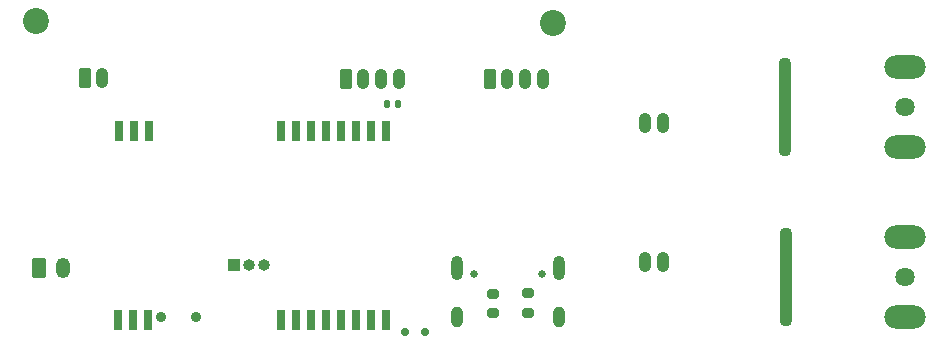
<source format=gbr>
%TF.GenerationSoftware,KiCad,Pcbnew,(6.0.4)*%
%TF.CreationDate,2023-03-26T23:07:16+09:00*%
%TF.ProjectId,kaguya-elec,6b616775-7961-42d6-956c-65632e6b6963,rev?*%
%TF.SameCoordinates,Original*%
%TF.FileFunction,Soldermask,Bot*%
%TF.FilePolarity,Negative*%
%FSLAX46Y46*%
G04 Gerber Fmt 4.6, Leading zero omitted, Abs format (unit mm)*
G04 Created by KiCad (PCBNEW (6.0.4)) date 2023-03-26 23:07:16*
%MOMM*%
%LPD*%
G01*
G04 APERTURE LIST*
G04 Aperture macros list*
%AMRoundRect*
0 Rectangle with rounded corners*
0 $1 Rounding radius*
0 $2 $3 $4 $5 $6 $7 $8 $9 X,Y pos of 4 corners*
0 Add a 4 corners polygon primitive as box body*
4,1,4,$2,$3,$4,$5,$6,$7,$8,$9,$2,$3,0*
0 Add four circle primitives for the rounded corners*
1,1,$1+$1,$2,$3*
1,1,$1+$1,$4,$5*
1,1,$1+$1,$6,$7*
1,1,$1+$1,$8,$9*
0 Add four rect primitives between the rounded corners*
20,1,$1+$1,$2,$3,$4,$5,0*
20,1,$1+$1,$4,$5,$6,$7,0*
20,1,$1+$1,$6,$7,$8,$9,0*
20,1,$1+$1,$8,$9,$2,$3,0*%
G04 Aperture macros list end*
%ADD10RoundRect,0.250000X-0.265000X-0.615000X0.265000X-0.615000X0.265000X0.615000X-0.265000X0.615000X0*%
%ADD11O,1.030000X1.730000*%
%ADD12O,1.100000X8.400000*%
%ADD13C,0.900000*%
%ADD14RoundRect,0.250000X-0.350000X-0.625000X0.350000X-0.625000X0.350000X0.625000X-0.350000X0.625000X0*%
%ADD15O,1.200000X1.750000*%
%ADD16C,2.200000*%
%ADD17C,1.630000*%
%ADD18O,3.500000X2.000000*%
%ADD19R,1.000000X1.000000*%
%ADD20O,1.000000X1.000000*%
%ADD21C,0.700000*%
%ADD22C,0.650000*%
%ADD23O,1.000000X1.800000*%
%ADD24O,1.000000X2.100000*%
%ADD25RoundRect,0.140000X-0.140000X-0.170000X0.140000X-0.170000X0.140000X0.170000X-0.140000X0.170000X0*%
%ADD26RoundRect,0.200000X-0.275000X0.200000X-0.275000X-0.200000X0.275000X-0.200000X0.275000X0.200000X0*%
%ADD27R,0.700000X1.800000*%
G04 APERTURE END LIST*
D10*
%TO.C,J2*%
X174850000Y-124000000D03*
D11*
X176350000Y-124000000D03*
%TD*%
D12*
%TO.C,J8*%
X234155000Y-126485000D03*
%TD*%
D13*
%TO.C,S2*%
X181300000Y-144250000D03*
X184300000Y-144250000D03*
%TD*%
D14*
%TO.C,J3*%
X171000000Y-140100000D03*
D15*
X173000000Y-140100000D03*
%TD*%
D11*
%TO.C,J15*%
X222292500Y-139570000D03*
X223792500Y-139570000D03*
%TD*%
D16*
%TO.C,H3*%
X170700000Y-119200000D03*
%TD*%
D17*
%TO.C,M1*%
X244323769Y-126503769D03*
D18*
X244323769Y-123103769D03*
X244323769Y-129903769D03*
%TD*%
D19*
%TO.C,J1*%
X187475000Y-139850000D03*
D20*
X188745000Y-139850000D03*
X190015000Y-139850000D03*
%TD*%
D16*
%TO.C,H1*%
X214500000Y-119350000D03*
%TD*%
D11*
%TO.C,J10*%
X223832500Y-127840000D03*
X222332500Y-127840000D03*
%TD*%
D12*
%TO.C,J9*%
X234200000Y-140840000D03*
%TD*%
D17*
%TO.C,M2*%
X244305620Y-140858594D03*
D18*
X244305620Y-144258594D03*
X244305620Y-137458594D03*
%TD*%
D21*
%TO.C,SW1*%
X203650000Y-145500000D03*
X201950000Y-145500000D03*
%TD*%
D10*
%TO.C,J5*%
X196950000Y-124100000D03*
D11*
X198450000Y-124100000D03*
X199950000Y-124100000D03*
X201450000Y-124100000D03*
%TD*%
D10*
%TO.C,J4*%
X209150000Y-124100000D03*
D11*
X210650000Y-124100000D03*
X212150000Y-124100000D03*
X213650000Y-124100000D03*
%TD*%
D22*
%TO.C,U1*%
X207810000Y-140590000D03*
X213590000Y-140590000D03*
D23*
X206380000Y-144270000D03*
D24*
X206380000Y-140090000D03*
X215020000Y-140090000D03*
D23*
X215020000Y-144270000D03*
%TD*%
D25*
%TO.C,C18*%
X200420000Y-126250000D03*
X201380000Y-126250000D03*
%TD*%
D26*
%TO.C,R5*%
X209470000Y-142275000D03*
X209470000Y-143925000D03*
%TD*%
D27*
%TO.C,U2*%
X177750000Y-128500000D03*
X179020000Y-128500000D03*
X180290000Y-128500000D03*
X191490000Y-128500000D03*
X192760000Y-128500000D03*
X194030000Y-128500000D03*
X195300000Y-128500000D03*
X196570000Y-128500000D03*
X197840000Y-128500000D03*
X199110000Y-128500000D03*
X200380000Y-128500000D03*
X200350000Y-144500000D03*
X199080000Y-144500000D03*
X197810000Y-144500000D03*
X196540000Y-144500000D03*
X195270000Y-144500000D03*
X194000000Y-144500000D03*
X192730000Y-144500000D03*
X191460000Y-144500000D03*
X180260000Y-144500000D03*
X178990000Y-144500000D03*
X177720000Y-144500000D03*
%TD*%
D26*
%TO.C,R6*%
X212400000Y-142250000D03*
X212400000Y-143900000D03*
%TD*%
M02*

</source>
